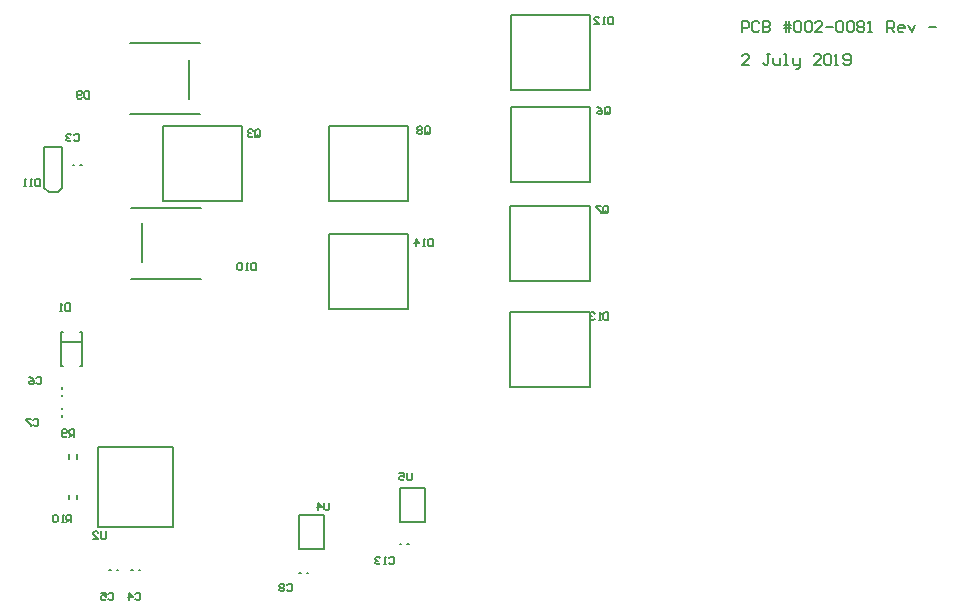
<source format=gbo>
G04*
G04 #@! TF.GenerationSoftware,Altium Limited,Altium Designer,19.0.10 (269)*
G04*
G04 Layer_Color=32896*
%FSLAX23Y23*%
%MOIN*%
G70*
G01*
G75*
%ADD12C,0.005*%
%ADD13C,0.008*%
%ADD14C,0.007*%
%ADD16C,0.008*%
%ADD17C,0.006*%
D12*
X1047Y1495D02*
Y1745D01*
X1312D01*
Y1495D02*
Y1745D01*
X1047Y1495D02*
X1312D01*
X1652Y1235D02*
Y1485D01*
X1917D01*
Y1235D02*
Y1485D01*
X1652Y1235D02*
X1917D01*
X1655Y2225D02*
Y2475D01*
X1920D01*
Y2225D02*
Y2475D01*
X1655Y2225D02*
X1920D01*
X1367Y785D02*
Y900D01*
X1284Y785D02*
X1367D01*
X1284D02*
Y900D01*
X1367D01*
X1031Y695D02*
Y810D01*
X948Y695D02*
X1031D01*
X948D02*
Y810D01*
X1031D01*
X280Y770D02*
Y1035D01*
Y770D02*
X530D01*
Y1035D01*
X280D02*
X530D01*
X1047Y1855D02*
Y2105D01*
X1312D01*
Y1855D02*
Y2105D01*
X1047Y1855D02*
X1312D01*
X1652Y1590D02*
Y1840D01*
X1917D01*
Y1590D02*
Y1840D01*
X1652Y1590D02*
X1917D01*
X1655Y1920D02*
Y2170D01*
X1920D01*
Y1920D02*
Y2170D01*
X1655Y1920D02*
X1920D01*
X115Y1885D02*
X145D01*
X160Y1900D01*
Y2035D01*
X100Y1900D02*
X115Y1885D01*
X100Y1900D02*
Y2035D01*
X160D01*
X495Y1855D02*
X760D01*
Y2105D01*
X495D02*
X760D01*
X495Y1855D02*
Y2105D01*
D13*
X424Y1652D02*
Y1782D01*
X388Y1597D02*
X621D01*
X388Y1833D02*
X621D01*
X581Y2198D02*
Y2328D01*
X384Y2383D02*
X617D01*
X384Y2147D02*
X617D01*
X209Y997D02*
Y1013D01*
X181Y997D02*
Y1013D01*
Y862D02*
Y878D01*
X209Y862D02*
Y878D01*
X156Y1305D02*
X163D01*
X156Y1419D02*
X163D01*
X219D02*
X226D01*
X219Y1305D02*
X226D01*
X156Y1387D02*
X225D01*
X226Y1305D02*
Y1419D01*
X156Y1305D02*
Y1419D01*
D14*
X974Y617D02*
X979D01*
X949D02*
X954D01*
X415Y627D02*
X420D01*
X390D02*
X395D01*
X341D02*
X346D01*
X316D02*
X321D01*
X1285Y712D02*
X1290D01*
X1310D02*
X1315D01*
X158Y1205D02*
Y1210D01*
Y1230D02*
Y1235D01*
Y1138D02*
Y1143D01*
Y1163D02*
Y1168D01*
X195Y1976D02*
X200D01*
X220D02*
X225D01*
D16*
X2448Y2310D02*
X2425D01*
X2448Y2333D01*
Y2339D01*
X2442Y2345D01*
X2431D01*
X2425Y2339D01*
X2518Y2345D02*
X2507D01*
X2512D01*
Y2316D01*
X2507Y2310D01*
X2501D01*
X2495Y2316D01*
X2530Y2333D02*
Y2316D01*
X2536Y2310D01*
X2553D01*
Y2333D01*
X2565Y2310D02*
X2577D01*
X2571D01*
Y2345D01*
X2565D01*
X2594Y2333D02*
Y2316D01*
X2600Y2310D01*
X2617D01*
Y2304D01*
X2612Y2298D01*
X2606D01*
X2617Y2310D02*
Y2333D01*
X2687Y2310D02*
X2664D01*
X2687Y2333D01*
Y2339D01*
X2682Y2345D01*
X2670D01*
X2664Y2339D01*
X2699D02*
X2705Y2345D01*
X2717D01*
X2722Y2339D01*
Y2316D01*
X2717Y2310D01*
X2705D01*
X2699Y2316D01*
Y2339D01*
X2734Y2310D02*
X2746D01*
X2740D01*
Y2345D01*
X2734Y2339D01*
X2763Y2316D02*
X2769Y2310D01*
X2781D01*
X2787Y2316D01*
Y2339D01*
X2781Y2345D01*
X2769D01*
X2763Y2339D01*
Y2333D01*
X2769Y2327D01*
X2787D01*
X2425Y2420D02*
Y2455D01*
X2442D01*
X2448Y2449D01*
Y2437D01*
X2442Y2432D01*
X2425D01*
X2483Y2449D02*
X2477Y2455D01*
X2466D01*
X2460Y2449D01*
Y2426D01*
X2466Y2420D01*
X2477D01*
X2483Y2426D01*
X2495Y2455D02*
Y2420D01*
X2512D01*
X2518Y2426D01*
Y2432D01*
X2512Y2437D01*
X2495D01*
X2512D01*
X2518Y2443D01*
Y2449D01*
X2512Y2455D01*
X2495D01*
X2571Y2420D02*
Y2455D01*
X2582D02*
Y2420D01*
X2565Y2443D02*
X2582D01*
X2588D01*
X2565Y2432D02*
X2588D01*
X2600Y2449D02*
X2606Y2455D01*
X2617D01*
X2623Y2449D01*
Y2426D01*
X2617Y2420D01*
X2606D01*
X2600Y2426D01*
Y2449D01*
X2635D02*
X2641Y2455D01*
X2652D01*
X2658Y2449D01*
Y2426D01*
X2652Y2420D01*
X2641D01*
X2635Y2426D01*
Y2449D01*
X2693Y2420D02*
X2670D01*
X2693Y2443D01*
Y2449D01*
X2687Y2455D01*
X2676D01*
X2670Y2449D01*
X2705Y2437D02*
X2728D01*
X2740Y2449D02*
X2746Y2455D01*
X2757D01*
X2763Y2449D01*
Y2426D01*
X2757Y2420D01*
X2746D01*
X2740Y2426D01*
Y2449D01*
X2775D02*
X2781Y2455D01*
X2792D01*
X2798Y2449D01*
Y2426D01*
X2792Y2420D01*
X2781D01*
X2775Y2426D01*
Y2449D01*
X2810D02*
X2816Y2455D01*
X2827D01*
X2833Y2449D01*
Y2443D01*
X2827Y2437D01*
X2833Y2432D01*
Y2426D01*
X2827Y2420D01*
X2816D01*
X2810Y2426D01*
Y2432D01*
X2816Y2437D01*
X2810Y2443D01*
Y2449D01*
X2816Y2437D02*
X2827D01*
X2845Y2420D02*
X2857D01*
X2851D01*
Y2455D01*
X2845Y2449D01*
X2909Y2420D02*
Y2455D01*
X2927D01*
X2932Y2449D01*
Y2437D01*
X2927Y2432D01*
X2909D01*
X2921D02*
X2932Y2420D01*
X2961D02*
X2950D01*
X2944Y2426D01*
Y2437D01*
X2950Y2443D01*
X2961D01*
X2967Y2437D01*
Y2432D01*
X2944D01*
X2979Y2443D02*
X2991Y2420D01*
X3002Y2443D01*
X3049Y2437D02*
X3072D01*
D17*
X805Y1650D02*
Y1625D01*
X793D01*
X788Y1629D01*
Y1646D01*
X793Y1650D01*
X805D01*
X780Y1625D02*
X772D01*
X776D01*
Y1650D01*
X780Y1646D01*
X759D02*
X755Y1650D01*
X747D01*
X743Y1646D01*
Y1629D01*
X747Y1625D01*
X755D01*
X759Y1629D01*
Y1646D01*
X200Y1070D02*
Y1095D01*
X188D01*
X183Y1091D01*
Y1082D01*
X188Y1078D01*
X200D01*
X192D02*
X183Y1070D01*
X175Y1074D02*
X171Y1070D01*
X163D01*
X158Y1074D01*
Y1091D01*
X163Y1095D01*
X171D01*
X175Y1091D01*
Y1087D01*
X171Y1082D01*
X158D01*
X250Y2223D02*
Y2198D01*
X238D01*
X233Y2202D01*
Y2219D01*
X238Y2223D01*
X250D01*
X225Y2202D02*
X221Y2198D01*
X213D01*
X208Y2202D01*
Y2219D01*
X213Y2223D01*
X221D01*
X225Y2219D01*
Y2215D01*
X221Y2211D01*
X208D01*
X1395Y1730D02*
Y1705D01*
X1383D01*
X1378Y1709D01*
Y1726D01*
X1383Y1730D01*
X1395D01*
X1370Y1705D02*
X1362D01*
X1366D01*
Y1730D01*
X1370Y1726D01*
X1337Y1705D02*
Y1730D01*
X1349Y1717D01*
X1333D01*
X1980Y1485D02*
Y1460D01*
X1968D01*
X1963Y1464D01*
Y1481D01*
X1968Y1485D01*
X1980D01*
X1955Y1460D02*
X1947D01*
X1951D01*
Y1485D01*
X1955Y1481D01*
X1934D02*
X1930Y1485D01*
X1922D01*
X1918Y1481D01*
Y1477D01*
X1922Y1472D01*
X1926D01*
X1922D01*
X1918Y1468D01*
Y1464D01*
X1922Y1460D01*
X1930D01*
X1934Y1464D01*
X1995Y2470D02*
Y2445D01*
X1983D01*
X1978Y2449D01*
Y2466D01*
X1983Y2470D01*
X1995D01*
X1970Y2445D02*
X1962D01*
X1966D01*
Y2470D01*
X1970Y2466D01*
X1933Y2445D02*
X1949D01*
X1933Y2462D01*
Y2466D01*
X1937Y2470D01*
X1945D01*
X1949Y2466D01*
X185Y1515D02*
Y1490D01*
X173D01*
X168Y1494D01*
Y1511D01*
X173Y1515D01*
X185D01*
X160Y1490D02*
X152D01*
X156D01*
Y1515D01*
X160Y1511D01*
X1325Y950D02*
Y929D01*
X1321Y925D01*
X1313D01*
X1308Y929D01*
Y950D01*
X1283D02*
X1300D01*
Y937D01*
X1292Y941D01*
X1288D01*
X1283Y937D01*
Y929D01*
X1288Y925D01*
X1296D01*
X1300Y929D01*
X1050Y850D02*
Y829D01*
X1046Y825D01*
X1038D01*
X1033Y829D01*
Y850D01*
X1013Y825D02*
Y850D01*
X1025Y837D01*
X1008D01*
X305Y755D02*
Y734D01*
X301Y730D01*
X293D01*
X288Y734D01*
Y755D01*
X263Y730D02*
X280D01*
X263Y747D01*
Y751D01*
X268Y755D01*
X276D01*
X280Y751D01*
X190Y785D02*
Y810D01*
X178D01*
X173Y806D01*
Y797D01*
X178Y793D01*
X190D01*
X182D02*
X173Y785D01*
X165D02*
X157D01*
X161D01*
Y810D01*
X165Y806D01*
X144D02*
X140Y810D01*
X132D01*
X128Y806D01*
Y789D01*
X132Y785D01*
X140D01*
X144Y789D01*
Y806D01*
X1368Y2084D02*
Y2101D01*
X1373Y2105D01*
X1381D01*
X1385Y2101D01*
Y2084D01*
X1381Y2080D01*
X1373D01*
X1377Y2088D02*
X1368Y2080D01*
X1373D02*
X1368Y2084D01*
X1360Y2101D02*
X1356Y2105D01*
X1348D01*
X1343Y2101D01*
Y2097D01*
X1348Y2092D01*
X1343Y2088D01*
Y2084D01*
X1348Y2080D01*
X1356D01*
X1360Y2084D01*
Y2088D01*
X1356Y2092D01*
X1360Y2097D01*
Y2101D01*
X1356Y2092D02*
X1348D01*
X1963Y1819D02*
Y1836D01*
X1968Y1840D01*
X1976D01*
X1980Y1836D01*
Y1819D01*
X1976Y1815D01*
X1968D01*
X1972Y1823D02*
X1963Y1815D01*
X1968D02*
X1963Y1819D01*
X1955Y1840D02*
X1938D01*
Y1836D01*
X1955Y1819D01*
Y1815D01*
X1968Y2149D02*
Y2166D01*
X1973Y2170D01*
X1981D01*
X1985Y2166D01*
Y2149D01*
X1981Y2145D01*
X1973D01*
X1977Y2153D02*
X1968Y2145D01*
X1973D02*
X1968Y2149D01*
X1943Y2170D02*
X1952Y2166D01*
X1960Y2157D01*
Y2149D01*
X1956Y2145D01*
X1948D01*
X1943Y2149D01*
Y2153D01*
X1948Y2157D01*
X1960D01*
X803Y2074D02*
Y2091D01*
X808Y2095D01*
X816D01*
X820Y2091D01*
Y2074D01*
X816Y2070D01*
X808D01*
X812Y2078D02*
X803Y2070D01*
X808D02*
X803Y2074D01*
X795Y2091D02*
X791Y2095D01*
X783D01*
X778Y2091D01*
Y2087D01*
X783Y2082D01*
X787D01*
X783D01*
X778Y2078D01*
Y2074D01*
X783Y2070D01*
X791D01*
X795Y2074D01*
X85Y1930D02*
Y1905D01*
X73D01*
X68Y1909D01*
Y1926D01*
X73Y1930D01*
X85D01*
X60Y1905D02*
X52D01*
X56D01*
Y1930D01*
X60Y1926D01*
X39Y1905D02*
X31D01*
X35D01*
Y1930D01*
X39Y1926D01*
X73Y1266D02*
X78Y1270D01*
X86D01*
X90Y1266D01*
Y1249D01*
X86Y1245D01*
X78D01*
X73Y1249D01*
X48Y1270D02*
X57Y1266D01*
X65Y1257D01*
Y1249D01*
X61Y1245D01*
X53D01*
X48Y1249D01*
Y1253D01*
X53Y1257D01*
X65D01*
X1248Y666D02*
X1253Y670D01*
X1261D01*
X1265Y666D01*
Y649D01*
X1261Y645D01*
X1253D01*
X1248Y649D01*
X1240Y645D02*
X1232D01*
X1236D01*
Y670D01*
X1240Y666D01*
X1219D02*
X1215Y670D01*
X1207D01*
X1203Y666D01*
Y662D01*
X1207Y657D01*
X1211D01*
X1207D01*
X1203Y653D01*
Y649D01*
X1207Y645D01*
X1215D01*
X1219Y649D01*
X908Y576D02*
X913Y580D01*
X921D01*
X925Y576D01*
Y559D01*
X921Y555D01*
X913D01*
X908Y559D01*
X900Y576D02*
X896Y580D01*
X888D01*
X883Y576D01*
Y572D01*
X888Y567D01*
X883Y563D01*
Y559D01*
X888Y555D01*
X896D01*
X900Y559D01*
Y563D01*
X896Y567D01*
X900Y572D01*
Y576D01*
X896Y567D02*
X888D01*
X63Y1126D02*
X68Y1130D01*
X76D01*
X80Y1126D01*
Y1109D01*
X76Y1105D01*
X68D01*
X63Y1109D01*
X55Y1130D02*
X38D01*
Y1126D01*
X55Y1109D01*
Y1105D01*
X313Y546D02*
X318Y550D01*
X326D01*
X330Y546D01*
Y529D01*
X326Y525D01*
X318D01*
X313Y529D01*
X288Y550D02*
X305D01*
Y537D01*
X297Y542D01*
X293D01*
X288Y537D01*
Y529D01*
X293Y525D01*
X301D01*
X305Y529D01*
X403Y546D02*
X408Y550D01*
X416D01*
X420Y546D01*
Y529D01*
X416Y525D01*
X408D01*
X403Y529D01*
X383Y525D02*
Y550D01*
X395Y537D01*
X378D01*
X198Y2076D02*
X203Y2080D01*
X211D01*
X215Y2076D01*
Y2059D01*
X211Y2055D01*
X203D01*
X198Y2059D01*
X190Y2076D02*
X186Y2080D01*
X178D01*
X173Y2076D01*
Y2072D01*
X178Y2067D01*
X182D01*
X178D01*
X173Y2063D01*
Y2059D01*
X178Y2055D01*
X186D01*
X190Y2059D01*
M02*

</source>
